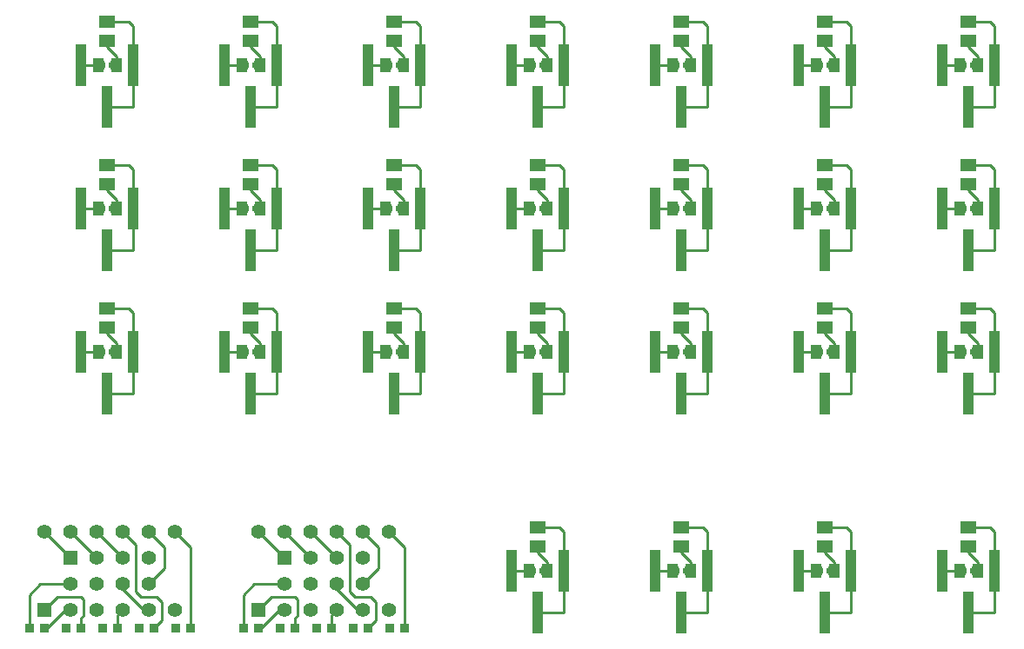
<source format=gtl>
G04 (created by PCBNEW (2013-07-07 BZR 4022)-stable) date 2/5/2014 8:32:32 PM*
%MOIN*%
G04 Gerber Fmt 3.4, Leading zero omitted, Abs format*
%FSLAX34Y34*%
G01*
G70*
G90*
G04 APERTURE LIST*
%ADD10C,0.007*%
%ADD11R,0.055X0.055*%
%ADD12C,0.055*%
%ADD13R,0.059X0.0512*%
%ADD14R,0.0433071X0.0551181*%
%ADD15R,0.0374016X0.0374016*%
%ADD16R,0.023622X0.0216535*%
%ADD17R,0.039X0.16*%
%ADD18C,0.03*%
%ADD19C,0.01*%
G04 APERTURE END LIST*
G54D10*
G54D11*
X10300Y3100D03*
G54D12*
X11300Y3100D03*
X12300Y3100D03*
X13300Y3100D03*
X13300Y2100D03*
X12300Y2100D03*
X11300Y2100D03*
X10300Y2100D03*
G54D11*
X2100Y3100D03*
G54D12*
X3100Y3100D03*
X4100Y3100D03*
X5100Y3100D03*
X5100Y2100D03*
X4100Y2100D03*
X3100Y2100D03*
X2100Y2100D03*
G54D13*
X36500Y3525D03*
X36500Y4275D03*
G54D14*
X36155Y2600D03*
X36844Y2600D03*
G54D15*
X36214Y2600D03*
X36785Y2600D03*
G54D16*
X36332Y2600D03*
X36667Y2600D03*
G54D17*
X35500Y2600D03*
X36500Y1000D03*
X37500Y2600D03*
X30000Y2600D03*
X31000Y1000D03*
X32000Y2600D03*
G54D16*
X30832Y2600D03*
X31167Y2600D03*
G54D15*
X30714Y2600D03*
X31285Y2600D03*
G54D14*
X30655Y2600D03*
X31344Y2600D03*
G54D13*
X31000Y3525D03*
X31000Y4275D03*
X25500Y3525D03*
X25500Y4275D03*
G54D14*
X25155Y2600D03*
X25844Y2600D03*
G54D15*
X25214Y2600D03*
X25785Y2600D03*
G54D16*
X25332Y2600D03*
X25667Y2600D03*
G54D17*
X24500Y2600D03*
X25500Y1000D03*
X26500Y2600D03*
X19000Y2600D03*
X20000Y1000D03*
X21000Y2600D03*
G54D16*
X19832Y2600D03*
X20167Y2600D03*
G54D15*
X19714Y2600D03*
X20285Y2600D03*
G54D14*
X19655Y2600D03*
X20344Y2600D03*
G54D13*
X20000Y3525D03*
X20000Y4275D03*
G54D17*
X35500Y11000D03*
X36500Y9400D03*
X37500Y11000D03*
G54D16*
X36332Y11000D03*
X36667Y11000D03*
G54D15*
X36214Y11000D03*
X36785Y11000D03*
G54D14*
X36155Y11000D03*
X36844Y11000D03*
G54D13*
X36500Y11925D03*
X36500Y12675D03*
X20000Y11925D03*
X20000Y12675D03*
G54D14*
X19655Y11000D03*
X20344Y11000D03*
G54D15*
X19714Y11000D03*
X20285Y11000D03*
G54D16*
X19832Y11000D03*
X20167Y11000D03*
G54D17*
X19000Y11000D03*
X20000Y9400D03*
X21000Y11000D03*
X24500Y11000D03*
X25500Y9400D03*
X26500Y11000D03*
G54D16*
X25332Y11000D03*
X25667Y11000D03*
G54D15*
X25214Y11000D03*
X25785Y11000D03*
G54D14*
X25155Y11000D03*
X25844Y11000D03*
G54D13*
X25500Y11925D03*
X25500Y12675D03*
X31000Y11925D03*
X31000Y12675D03*
G54D14*
X30655Y11000D03*
X31344Y11000D03*
G54D15*
X30714Y11000D03*
X31285Y11000D03*
G54D16*
X30832Y11000D03*
X31167Y11000D03*
G54D17*
X30000Y11000D03*
X31000Y9400D03*
X32000Y11000D03*
X13500Y11000D03*
X14500Y9400D03*
X15500Y11000D03*
G54D16*
X14332Y11000D03*
X14667Y11000D03*
G54D15*
X14214Y11000D03*
X14785Y11000D03*
G54D14*
X14155Y11000D03*
X14844Y11000D03*
G54D13*
X14500Y11925D03*
X14500Y12675D03*
X9000Y11925D03*
X9000Y12675D03*
G54D14*
X8655Y11000D03*
X9344Y11000D03*
G54D15*
X8714Y11000D03*
X9285Y11000D03*
G54D16*
X8832Y11000D03*
X9167Y11000D03*
G54D17*
X8000Y11000D03*
X9000Y9400D03*
X10000Y11000D03*
X2500Y11000D03*
X3500Y9400D03*
X4500Y11000D03*
G54D16*
X3332Y11000D03*
X3667Y11000D03*
G54D15*
X3214Y11000D03*
X3785Y11000D03*
G54D14*
X3155Y11000D03*
X3844Y11000D03*
G54D13*
X3500Y11925D03*
X3500Y12675D03*
G54D17*
X24500Y16500D03*
X25500Y14900D03*
X26500Y16500D03*
G54D16*
X25332Y16500D03*
X25667Y16500D03*
G54D15*
X25214Y16500D03*
X25785Y16500D03*
G54D14*
X25155Y16500D03*
X25844Y16500D03*
G54D13*
X25500Y17425D03*
X25500Y18175D03*
X36500Y17425D03*
X36500Y18175D03*
G54D14*
X36155Y16500D03*
X36844Y16500D03*
G54D15*
X36214Y16500D03*
X36785Y16500D03*
G54D16*
X36332Y16500D03*
X36667Y16500D03*
G54D17*
X35500Y16500D03*
X36500Y14900D03*
X37500Y16500D03*
X30000Y16500D03*
X31000Y14900D03*
X32000Y16500D03*
G54D16*
X30832Y16500D03*
X31167Y16500D03*
G54D15*
X30714Y16500D03*
X31285Y16500D03*
G54D14*
X30655Y16500D03*
X31344Y16500D03*
G54D13*
X31000Y17425D03*
X31000Y18175D03*
X14500Y17425D03*
X14500Y18175D03*
G54D14*
X14155Y16500D03*
X14844Y16500D03*
G54D15*
X14214Y16500D03*
X14785Y16500D03*
G54D16*
X14332Y16500D03*
X14667Y16500D03*
G54D17*
X13500Y16500D03*
X14500Y14900D03*
X15500Y16500D03*
X19000Y16500D03*
X20000Y14900D03*
X21000Y16500D03*
G54D16*
X19832Y16500D03*
X20167Y16500D03*
G54D15*
X19714Y16500D03*
X20285Y16500D03*
G54D14*
X19655Y16500D03*
X20344Y16500D03*
G54D13*
X20000Y17425D03*
X20000Y18175D03*
X9000Y17425D03*
X9000Y18175D03*
G54D14*
X8655Y16500D03*
X9344Y16500D03*
G54D15*
X8714Y16500D03*
X9285Y16500D03*
G54D16*
X8832Y16500D03*
X9167Y16500D03*
G54D17*
X8000Y16500D03*
X9000Y14900D03*
X10000Y16500D03*
X2500Y16500D03*
X3500Y14900D03*
X4500Y16500D03*
G54D16*
X3332Y16500D03*
X3667Y16500D03*
G54D15*
X3214Y16500D03*
X3785Y16500D03*
G54D14*
X3155Y16500D03*
X3844Y16500D03*
G54D13*
X3500Y17425D03*
X3500Y18175D03*
G54D15*
X10114Y400D03*
X10685Y400D03*
X11514Y400D03*
X12085Y400D03*
X12914Y400D03*
X13485Y400D03*
X14314Y400D03*
X14885Y400D03*
X8714Y400D03*
X9285Y400D03*
G54D11*
X9300Y1100D03*
G54D12*
X10300Y1100D03*
X11300Y1100D03*
X12300Y1100D03*
X13300Y1100D03*
X14300Y1100D03*
X14300Y4100D03*
X13300Y4100D03*
X12300Y4100D03*
X11300Y4100D03*
X10300Y4100D03*
X9300Y4100D03*
G54D13*
X20000Y22925D03*
X20000Y23675D03*
X14500Y22925D03*
X14500Y23675D03*
X25500Y22925D03*
X25500Y23675D03*
X36500Y22925D03*
X36500Y23675D03*
X9000Y22925D03*
X9000Y23675D03*
X31000Y22925D03*
X31000Y23675D03*
X3500Y22925D03*
X3500Y23675D03*
G54D11*
X1100Y1100D03*
G54D12*
X2100Y1100D03*
X3100Y1100D03*
X4100Y1100D03*
X5100Y1100D03*
X6100Y1100D03*
X6100Y4100D03*
X5100Y4100D03*
X4100Y4100D03*
X3100Y4100D03*
X2100Y4100D03*
X1100Y4100D03*
G54D14*
X36155Y22000D03*
X36844Y22000D03*
X30655Y22000D03*
X31344Y22000D03*
X14155Y22000D03*
X14844Y22000D03*
X19655Y22000D03*
X20344Y22000D03*
X8655Y22000D03*
X9344Y22000D03*
X3155Y22000D03*
X3844Y22000D03*
X25155Y22000D03*
X25844Y22000D03*
G54D15*
X19714Y22000D03*
X20285Y22000D03*
X8714Y22000D03*
X9285Y22000D03*
X25214Y22000D03*
X25785Y22000D03*
X14214Y22000D03*
X14785Y22000D03*
X30714Y22000D03*
X31285Y22000D03*
X3214Y22000D03*
X3785Y22000D03*
X36214Y22000D03*
X36785Y22000D03*
G54D16*
X30832Y22000D03*
X31167Y22000D03*
X25332Y22000D03*
X25667Y22000D03*
X36332Y22000D03*
X36667Y22000D03*
X19832Y22000D03*
X20167Y22000D03*
X14332Y22000D03*
X14667Y22000D03*
X8832Y22000D03*
X9167Y22000D03*
X3332Y22000D03*
X3667Y22000D03*
G54D17*
X24500Y22000D03*
X25500Y20400D03*
X26500Y22000D03*
X19000Y22000D03*
X20000Y20400D03*
X21000Y22000D03*
X30000Y22000D03*
X31000Y20400D03*
X32000Y22000D03*
X13500Y22000D03*
X14500Y20400D03*
X15500Y22000D03*
X8000Y22000D03*
X9000Y20400D03*
X10000Y22000D03*
X35500Y22000D03*
X36500Y20400D03*
X37500Y22000D03*
X2500Y22000D03*
X3500Y20400D03*
X4500Y22000D03*
G54D15*
X514Y400D03*
X1085Y400D03*
X6114Y400D03*
X6685Y400D03*
X4714Y400D03*
X5285Y400D03*
X3314Y400D03*
X3885Y400D03*
X1914Y400D03*
X2485Y400D03*
G54D18*
X8714Y400D03*
X14314Y400D03*
X12914Y400D03*
X11514Y400D03*
X10114Y400D03*
X1914Y400D03*
X3314Y400D03*
X4714Y400D03*
X6114Y400D03*
X514Y400D03*
G54D19*
X4500Y22000D02*
X4500Y23500D01*
X4325Y23675D02*
X3500Y23675D01*
X4500Y23500D02*
X4325Y23675D01*
X3500Y20400D02*
X4500Y20400D01*
X4500Y20400D02*
X4500Y22000D01*
X2500Y22000D02*
X3155Y22000D01*
X26500Y14900D02*
X26500Y16500D01*
X25500Y14900D02*
X26500Y14900D01*
X26500Y18000D02*
X26325Y18175D01*
X26325Y18175D02*
X25500Y18175D01*
X26500Y16500D02*
X26500Y18000D01*
X37500Y16500D02*
X37500Y18000D01*
X37325Y18175D02*
X36500Y18175D01*
X37500Y18000D02*
X37325Y18175D01*
X36500Y14900D02*
X37500Y14900D01*
X37500Y14900D02*
X37500Y16500D01*
X32000Y14900D02*
X32000Y16500D01*
X31000Y14900D02*
X32000Y14900D01*
X32000Y18000D02*
X31825Y18175D01*
X31825Y18175D02*
X31000Y18175D01*
X32000Y16500D02*
X32000Y18000D01*
X15500Y16500D02*
X15500Y18000D01*
X15325Y18175D02*
X14500Y18175D01*
X15500Y18000D02*
X15325Y18175D01*
X14500Y14900D02*
X15500Y14900D01*
X15500Y14900D02*
X15500Y16500D01*
X21000Y14900D02*
X21000Y16500D01*
X20000Y14900D02*
X21000Y14900D01*
X21000Y18000D02*
X20825Y18175D01*
X20825Y18175D02*
X20000Y18175D01*
X21000Y16500D02*
X21000Y18000D01*
X10000Y16500D02*
X10000Y18000D01*
X9825Y18175D02*
X9000Y18175D01*
X10000Y18000D02*
X9825Y18175D01*
X9000Y14900D02*
X10000Y14900D01*
X10000Y14900D02*
X10000Y16500D01*
X4500Y14900D02*
X4500Y16500D01*
X3500Y14900D02*
X4500Y14900D01*
X4500Y18000D02*
X4325Y18175D01*
X4325Y18175D02*
X3500Y18175D01*
X4500Y16500D02*
X4500Y18000D01*
X10000Y22000D02*
X10000Y23500D01*
X9825Y23675D02*
X9000Y23675D01*
X10000Y23500D02*
X9825Y23675D01*
X9000Y20400D02*
X10000Y20400D01*
X10000Y20400D02*
X10000Y22000D01*
X24500Y16500D02*
X25155Y16500D01*
X35500Y16500D02*
X36155Y16500D01*
X30000Y16500D02*
X30655Y16500D01*
X13500Y16500D02*
X14155Y16500D01*
X19000Y16500D02*
X19655Y16500D01*
X8000Y16500D02*
X8655Y16500D01*
X2500Y16500D02*
X3155Y16500D01*
X8000Y22000D02*
X8655Y22000D01*
X15500Y22000D02*
X15500Y23500D01*
X15325Y23675D02*
X14500Y23675D01*
X15500Y23500D02*
X15325Y23675D01*
X14500Y20400D02*
X15500Y20400D01*
X15500Y20400D02*
X15500Y22000D01*
X13500Y22000D02*
X14155Y22000D01*
X21000Y22000D02*
X21000Y23500D01*
X20825Y23675D02*
X20000Y23675D01*
X21000Y23500D02*
X20825Y23675D01*
X20000Y20400D02*
X21000Y20400D01*
X21000Y20400D02*
X21000Y22000D01*
X19000Y22000D02*
X19655Y22000D01*
X26500Y22000D02*
X26500Y23500D01*
X26325Y23675D02*
X25500Y23675D01*
X26500Y23500D02*
X26325Y23675D01*
X25500Y20400D02*
X26500Y20400D01*
X26500Y20400D02*
X26500Y22000D01*
X24500Y22000D02*
X25155Y22000D01*
X37500Y2600D02*
X37500Y4100D01*
X37325Y4275D02*
X36500Y4275D01*
X37500Y4100D02*
X37325Y4275D01*
X36500Y1000D02*
X37500Y1000D01*
X37500Y1000D02*
X37500Y2600D01*
X32000Y1000D02*
X32000Y2600D01*
X31000Y1000D02*
X32000Y1000D01*
X32000Y4100D02*
X31825Y4275D01*
X31825Y4275D02*
X31000Y4275D01*
X32000Y2600D02*
X32000Y4100D01*
X26500Y2600D02*
X26500Y4100D01*
X26325Y4275D02*
X25500Y4275D01*
X26500Y4100D02*
X26325Y4275D01*
X25500Y1000D02*
X26500Y1000D01*
X26500Y1000D02*
X26500Y2600D01*
X21000Y1000D02*
X21000Y2600D01*
X20000Y1000D02*
X21000Y1000D01*
X21000Y4100D02*
X20825Y4275D01*
X20825Y4275D02*
X20000Y4275D01*
X21000Y2600D02*
X21000Y4100D01*
X37500Y9400D02*
X37500Y11000D01*
X36500Y9400D02*
X37500Y9400D01*
X37500Y12500D02*
X37325Y12675D01*
X37325Y12675D02*
X36500Y12675D01*
X37500Y11000D02*
X37500Y12500D01*
X21000Y11000D02*
X21000Y12500D01*
X20825Y12675D02*
X20000Y12675D01*
X21000Y12500D02*
X20825Y12675D01*
X20000Y9400D02*
X21000Y9400D01*
X21000Y9400D02*
X21000Y11000D01*
X26500Y9400D02*
X26500Y11000D01*
X25500Y9400D02*
X26500Y9400D01*
X26500Y12500D02*
X26325Y12675D01*
X26325Y12675D02*
X25500Y12675D01*
X26500Y11000D02*
X26500Y12500D01*
X32000Y11000D02*
X32000Y12500D01*
X31825Y12675D02*
X31000Y12675D01*
X32000Y12500D02*
X31825Y12675D01*
X31000Y9400D02*
X32000Y9400D01*
X32000Y9400D02*
X32000Y11000D01*
X15500Y9400D02*
X15500Y11000D01*
X14500Y9400D02*
X15500Y9400D01*
X15500Y12500D02*
X15325Y12675D01*
X15325Y12675D02*
X14500Y12675D01*
X15500Y11000D02*
X15500Y12500D01*
X10000Y11000D02*
X10000Y12500D01*
X9825Y12675D02*
X9000Y12675D01*
X10000Y12500D02*
X9825Y12675D01*
X9000Y9400D02*
X10000Y9400D01*
X10000Y9400D02*
X10000Y11000D01*
X4500Y9400D02*
X4500Y11000D01*
X3500Y9400D02*
X4500Y9400D01*
X4500Y12500D02*
X4325Y12675D01*
X4325Y12675D02*
X3500Y12675D01*
X4500Y11000D02*
X4500Y12500D01*
X32000Y22000D02*
X32000Y23500D01*
X31825Y23675D02*
X31000Y23675D01*
X32000Y23500D02*
X31825Y23675D01*
X31000Y20400D02*
X32000Y20400D01*
X32000Y20400D02*
X32000Y22000D01*
X35500Y2600D02*
X36155Y2600D01*
X30000Y2600D02*
X30655Y2600D01*
X24500Y2600D02*
X25155Y2600D01*
X19000Y2600D02*
X19655Y2600D01*
X35500Y11000D02*
X36155Y11000D01*
X19000Y11000D02*
X19655Y11000D01*
X24500Y11000D02*
X25155Y11000D01*
X30000Y11000D02*
X30655Y11000D01*
X13500Y11000D02*
X14155Y11000D01*
X8000Y11000D02*
X8655Y11000D01*
X2500Y11000D02*
X3155Y11000D01*
X30000Y22000D02*
X30655Y22000D01*
X36500Y20400D02*
X37500Y20400D01*
X37500Y20400D02*
X37500Y22000D01*
X37500Y22000D02*
X37500Y23500D01*
X37325Y23675D02*
X36500Y23675D01*
X37500Y23500D02*
X37325Y23675D01*
X35500Y22000D02*
X36155Y22000D01*
X13100Y1100D02*
X13300Y1100D01*
X12300Y1900D02*
X13100Y1100D01*
X12300Y2100D02*
X12300Y1900D01*
X4100Y2100D02*
X4100Y1900D01*
X4100Y1900D02*
X4900Y1100D01*
X4900Y1100D02*
X5100Y1100D01*
X13900Y3500D02*
X13300Y4100D01*
X13900Y2700D02*
X13900Y3500D01*
X13300Y2100D02*
X13900Y2700D01*
X5100Y2100D02*
X5700Y2700D01*
X5700Y2700D02*
X5700Y3500D01*
X5700Y3500D02*
X5100Y4100D01*
X11300Y4100D02*
X12300Y3100D01*
X3100Y4100D02*
X4100Y3100D01*
X10300Y4100D02*
X11300Y3100D01*
X2100Y4100D02*
X3100Y3100D01*
X9129Y2100D02*
X10300Y2100D01*
X8714Y1685D02*
X9129Y2100D01*
X8714Y400D02*
X8714Y1685D01*
X514Y400D02*
X514Y1685D01*
X514Y1685D02*
X929Y2100D01*
X929Y2100D02*
X2100Y2100D01*
X12800Y3600D02*
X12300Y4100D01*
X12800Y1800D02*
X12800Y3600D01*
X13000Y1600D02*
X12800Y1800D01*
X13600Y1600D02*
X13000Y1600D01*
X13800Y1400D02*
X13600Y1600D01*
X13800Y700D02*
X13800Y1400D01*
X13500Y400D02*
X13800Y700D01*
X13485Y400D02*
X13500Y400D01*
X5285Y400D02*
X5300Y400D01*
X5300Y400D02*
X5600Y700D01*
X5600Y700D02*
X5600Y1400D01*
X5600Y1400D02*
X5400Y1600D01*
X5400Y1600D02*
X4800Y1600D01*
X4800Y1600D02*
X4600Y1800D01*
X4600Y1800D02*
X4600Y3600D01*
X4600Y3600D02*
X4100Y4100D01*
X12085Y885D02*
X12300Y1100D01*
X12085Y400D02*
X12085Y885D01*
X3885Y400D02*
X3885Y885D01*
X3885Y885D02*
X4100Y1100D01*
X9800Y1600D02*
X9300Y1100D01*
X10700Y1600D02*
X9800Y1600D01*
X10800Y1500D02*
X10700Y1600D01*
X10800Y900D02*
X10800Y1500D01*
X10685Y785D02*
X10800Y900D01*
X10685Y400D02*
X10685Y785D01*
X2485Y400D02*
X2485Y785D01*
X2485Y785D02*
X2600Y900D01*
X2600Y900D02*
X2600Y1500D01*
X2600Y1500D02*
X2500Y1600D01*
X2500Y1600D02*
X1600Y1600D01*
X1600Y1600D02*
X1100Y1100D01*
X14885Y3514D02*
X14300Y4100D01*
X14885Y400D02*
X14885Y3514D01*
X6685Y400D02*
X6685Y3514D01*
X6685Y3514D02*
X6100Y4100D01*
X9300Y4100D02*
X10300Y3100D01*
X1100Y4100D02*
X2100Y3100D01*
X10100Y1100D02*
X10300Y1100D01*
X9400Y400D02*
X10100Y1100D01*
X9285Y400D02*
X9400Y400D01*
X1085Y400D02*
X1200Y400D01*
X1200Y400D02*
X1900Y1100D01*
X1900Y1100D02*
X2100Y1100D01*
X3500Y22925D02*
X3500Y22700D01*
X3844Y22355D02*
X3844Y22000D01*
X3500Y22700D02*
X3844Y22355D01*
X25500Y17200D02*
X25844Y16855D01*
X25844Y16855D02*
X25844Y16500D01*
X25500Y17425D02*
X25500Y17200D01*
X36500Y17425D02*
X36500Y17200D01*
X36844Y16855D02*
X36844Y16500D01*
X36500Y17200D02*
X36844Y16855D01*
X31000Y17200D02*
X31344Y16855D01*
X31344Y16855D02*
X31344Y16500D01*
X31000Y17425D02*
X31000Y17200D01*
X14500Y17425D02*
X14500Y17200D01*
X14844Y16855D02*
X14844Y16500D01*
X14500Y17200D02*
X14844Y16855D01*
X20000Y17200D02*
X20344Y16855D01*
X20344Y16855D02*
X20344Y16500D01*
X20000Y17425D02*
X20000Y17200D01*
X9000Y17425D02*
X9000Y17200D01*
X9344Y16855D02*
X9344Y16500D01*
X9000Y17200D02*
X9344Y16855D01*
X3500Y17200D02*
X3844Y16855D01*
X3844Y16855D02*
X3844Y16500D01*
X3500Y17425D02*
X3500Y17200D01*
X9000Y22925D02*
X9000Y22700D01*
X9344Y22355D02*
X9344Y22000D01*
X9000Y22700D02*
X9344Y22355D01*
X14500Y22925D02*
X14500Y22700D01*
X14844Y22355D02*
X14844Y22000D01*
X14500Y22700D02*
X14844Y22355D01*
X20000Y22925D02*
X20000Y22700D01*
X20344Y22355D02*
X20344Y22000D01*
X20000Y22700D02*
X20344Y22355D01*
X25500Y22925D02*
X25500Y22700D01*
X25844Y22355D02*
X25844Y22000D01*
X25500Y22700D02*
X25844Y22355D01*
X36500Y3525D02*
X36500Y3300D01*
X36844Y2955D02*
X36844Y2600D01*
X36500Y3300D02*
X36844Y2955D01*
X31000Y3300D02*
X31344Y2955D01*
X31344Y2955D02*
X31344Y2600D01*
X31000Y3525D02*
X31000Y3300D01*
X25500Y3525D02*
X25500Y3300D01*
X25844Y2955D02*
X25844Y2600D01*
X25500Y3300D02*
X25844Y2955D01*
X20000Y3300D02*
X20344Y2955D01*
X20344Y2955D02*
X20344Y2600D01*
X20000Y3525D02*
X20000Y3300D01*
X36500Y11700D02*
X36844Y11355D01*
X36844Y11355D02*
X36844Y11000D01*
X36500Y11925D02*
X36500Y11700D01*
X20000Y11925D02*
X20000Y11700D01*
X20344Y11355D02*
X20344Y11000D01*
X20000Y11700D02*
X20344Y11355D01*
X25500Y11700D02*
X25844Y11355D01*
X25844Y11355D02*
X25844Y11000D01*
X25500Y11925D02*
X25500Y11700D01*
X31000Y11925D02*
X31000Y11700D01*
X31344Y11355D02*
X31344Y11000D01*
X31000Y11700D02*
X31344Y11355D01*
X14500Y11700D02*
X14844Y11355D01*
X14844Y11355D02*
X14844Y11000D01*
X14500Y11925D02*
X14500Y11700D01*
X9000Y11925D02*
X9000Y11700D01*
X9344Y11355D02*
X9344Y11000D01*
X9000Y11700D02*
X9344Y11355D01*
X3500Y11700D02*
X3844Y11355D01*
X3844Y11355D02*
X3844Y11000D01*
X3500Y11925D02*
X3500Y11700D01*
X31000Y22925D02*
X31000Y22700D01*
X31344Y22355D02*
X31344Y22000D01*
X31000Y22700D02*
X31344Y22355D01*
X36500Y22925D02*
X36500Y22700D01*
X36844Y22355D02*
X36844Y22000D01*
X36500Y22700D02*
X36844Y22355D01*
M02*

</source>
